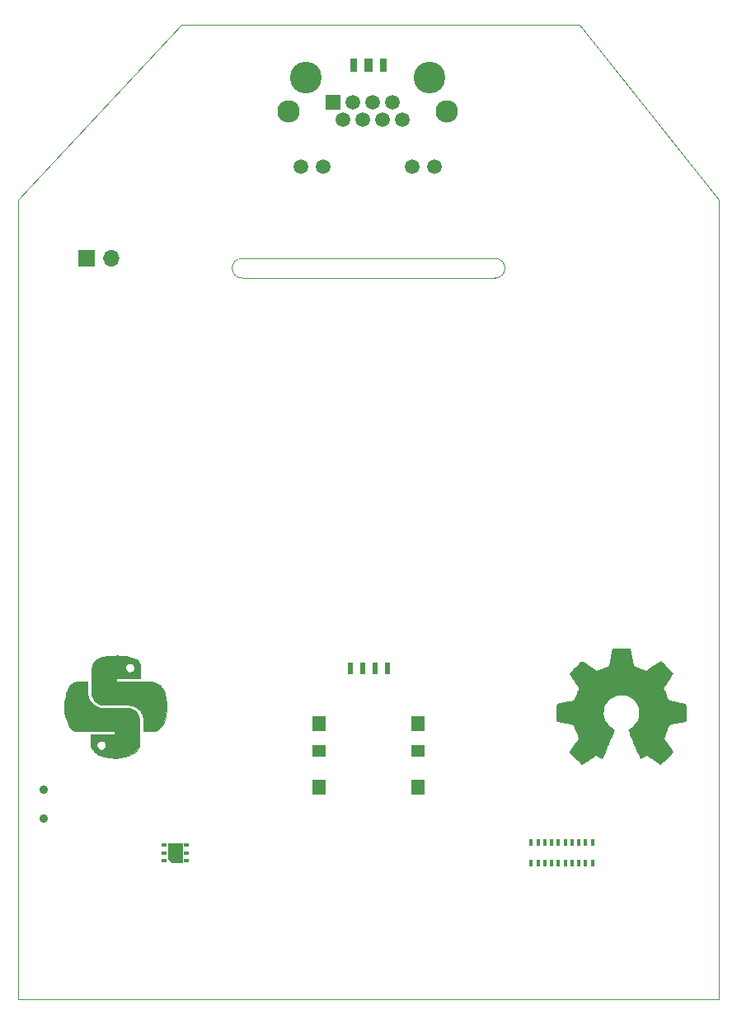
<source format=gbr>
%TF.GenerationSoftware,KiCad,Pcbnew,5.1.10*%
%TF.CreationDate,2021-11-19T14:48:17+01:00*%
%TF.ProjectId,Teebeutel,54656562-6575-4746-956c-2e6b69636164,v0.1*%
%TF.SameCoordinates,Original*%
%TF.FileFunction,Soldermask,Bot*%
%TF.FilePolarity,Negative*%
%FSLAX46Y46*%
G04 Gerber Fmt 4.6, Leading zero omitted, Abs format (unit mm)*
G04 Created by KiCad (PCBNEW 5.1.10) date 2021-11-19 14:48:17*
%MOMM*%
%LPD*%
G01*
G04 APERTURE LIST*
%TA.AperFunction,Profile*%
%ADD10C,0.100000*%
%TD*%
%ADD11C,0.010000*%
%ADD12C,0.000100*%
%ADD13R,0.500000X1.200000*%
%ADD14R,1.400000X1.500000*%
%ADD15R,1.400000X1.300000*%
%ADD16R,0.800000X1.400000*%
%ADD17R,0.900000X1.400000*%
%ADD18C,1.500000*%
%ADD19C,2.300000*%
%ADD20C,3.250000*%
%ADD21R,1.500000X1.500000*%
%ADD22R,0.450000X0.750000*%
%ADD23O,1.700000X1.700000*%
%ADD24R,1.700000X1.700000*%
%ADD25C,0.100000*%
%ADD26R,0.550000X0.400000*%
%ADD27C,0.900000*%
G04 APERTURE END LIST*
D10*
X133000000Y-76000000D02*
G75*
G02*
X133000000Y-74000000I0J1000000D01*
G01*
X159000000Y-74000000D02*
G75*
G02*
X159000000Y-76000000I0J-1000000D01*
G01*
X133000000Y-74000000D02*
X159000000Y-74000000D01*
X159000000Y-76000000D02*
X133000000Y-76000000D01*
X126800000Y-50000000D02*
X110000000Y-68000000D01*
X167700000Y-50000000D02*
X182000000Y-68000000D01*
X110000000Y-150000000D02*
X182000000Y-150000000D01*
X126800000Y-50000000D02*
X167700000Y-50000000D01*
X110000000Y-150000000D02*
X110000000Y-68000000D01*
X182000000Y-68000000D02*
X182000000Y-150000000D01*
D11*
%TO.C,TB1*%
G36*
X119888516Y-114749485D02*
G01*
X119607872Y-114760687D01*
X119337159Y-114780215D01*
X119083845Y-114807543D01*
X118855401Y-114842144D01*
X118659297Y-114883492D01*
X118516240Y-114926177D01*
X118276533Y-115033872D01*
X118065242Y-115172207D01*
X117885944Y-115337546D01*
X117742214Y-115526251D01*
X117637627Y-115734686D01*
X117596761Y-115861455D01*
X117588916Y-115897720D01*
X117582264Y-115943996D01*
X117576712Y-116004086D01*
X117572170Y-116081792D01*
X117568543Y-116180919D01*
X117565741Y-116305267D01*
X117563671Y-116458642D01*
X117562240Y-116644845D01*
X117561356Y-116867681D01*
X117560928Y-117130951D01*
X117560849Y-117341816D01*
X117561339Y-117681673D01*
X117562800Y-117978438D01*
X117565223Y-118231508D01*
X117568597Y-118440285D01*
X117572912Y-118604166D01*
X117578156Y-118722551D01*
X117584320Y-118794839D01*
X117586577Y-118808587D01*
X117656433Y-119033273D01*
X117767602Y-119238818D01*
X117917320Y-119422132D01*
X118102824Y-119580125D01*
X118321353Y-119709709D01*
X118438679Y-119761512D01*
X118462742Y-119769257D01*
X118495539Y-119776003D01*
X118540553Y-119781861D01*
X118601264Y-119786939D01*
X118681152Y-119791349D01*
X118783697Y-119795198D01*
X118912381Y-119798599D01*
X119070684Y-119801659D01*
X119262086Y-119804489D01*
X119490068Y-119807198D01*
X119758111Y-119809897D01*
X120058633Y-119812600D01*
X120363482Y-119815261D01*
X120625151Y-119817680D01*
X120847367Y-119820006D01*
X121033854Y-119822385D01*
X121188340Y-119824967D01*
X121314549Y-119827900D01*
X121416207Y-119831333D01*
X121497040Y-119835412D01*
X121560773Y-119840287D01*
X121611133Y-119846105D01*
X121651845Y-119853016D01*
X121686635Y-119861166D01*
X121719228Y-119870705D01*
X121747276Y-119879781D01*
X121946014Y-119957616D01*
X122121937Y-120055653D01*
X122288912Y-120182651D01*
X122417214Y-120302771D01*
X122518753Y-120408853D01*
X122594298Y-120499756D01*
X122654408Y-120589696D01*
X122709640Y-120692893D01*
X122714871Y-120703601D01*
X122761705Y-120805277D01*
X122799227Y-120901441D01*
X122828430Y-120999016D01*
X122850307Y-121104927D01*
X122865854Y-121226095D01*
X122876063Y-121369447D01*
X122881930Y-121541903D01*
X122884447Y-121750390D01*
X122884764Y-121887008D01*
X122884764Y-122509511D01*
X123430055Y-122507414D01*
X123650348Y-122505179D01*
X123825518Y-122500289D01*
X123957279Y-122492659D01*
X124047346Y-122482203D01*
X124080886Y-122474888D01*
X124302757Y-122387122D01*
X124501727Y-122258874D01*
X124676541Y-122091277D01*
X124825939Y-121885466D01*
X124911490Y-121726128D01*
X124992508Y-121527008D01*
X125066073Y-121291475D01*
X125130217Y-121029700D01*
X125182970Y-120751857D01*
X125222364Y-120468116D01*
X125246428Y-120188649D01*
X125253362Y-119960158D01*
X125245944Y-119739084D01*
X125224695Y-119498105D01*
X125191583Y-119248792D01*
X125148572Y-119002718D01*
X125097627Y-118771456D01*
X125040716Y-118566578D01*
X124994207Y-118434441D01*
X124874077Y-118188900D01*
X124721995Y-117973412D01*
X124541023Y-117791431D01*
X124334226Y-117646412D01*
X124260485Y-117607081D01*
X124199505Y-117576553D01*
X124145826Y-117549841D01*
X124096033Y-117526678D01*
X124046714Y-117506798D01*
X123994454Y-117489934D01*
X123935841Y-117475821D01*
X123867459Y-117464192D01*
X123785895Y-117454781D01*
X123687736Y-117447321D01*
X123569568Y-117441547D01*
X123427977Y-117437191D01*
X123259550Y-117433988D01*
X123060872Y-117431672D01*
X122828529Y-117429976D01*
X122559109Y-117428634D01*
X122249197Y-117427379D01*
X121940766Y-117426138D01*
X120070360Y-117418280D01*
X120070360Y-117115236D01*
X122579870Y-117115236D01*
X122579146Y-116569945D01*
X122577200Y-116317080D01*
X122571457Y-116105428D01*
X122566756Y-116026549D01*
X121938690Y-116026549D01*
X121906640Y-116166233D01*
X121836928Y-116288590D01*
X121742824Y-116377638D01*
X121623652Y-116435262D01*
X121491354Y-116458857D01*
X121357873Y-116445814D01*
X121268497Y-116412663D01*
X121152332Y-116330123D01*
X121070902Y-116224155D01*
X121024225Y-116102875D01*
X121012322Y-115974400D01*
X121035213Y-115846846D01*
X121092916Y-115728331D01*
X121185452Y-115626970D01*
X121266482Y-115572946D01*
X121394863Y-115528898D01*
X121528822Y-115525794D01*
X121657915Y-115560722D01*
X121771699Y-115630771D01*
X121859733Y-115733030D01*
X121863538Y-115739391D01*
X121924365Y-115883393D01*
X121938690Y-116026549D01*
X122566756Y-116026549D01*
X122560964Y-115929380D01*
X122544765Y-115783328D01*
X122521908Y-115661666D01*
X122491437Y-115558783D01*
X122452399Y-115469074D01*
X122403840Y-115386929D01*
X122369709Y-115338901D01*
X122248459Y-115211782D01*
X122086804Y-115100157D01*
X121883995Y-115003769D01*
X121639281Y-114922361D01*
X121351913Y-114855676D01*
X121021143Y-114803456D01*
X120715327Y-114771106D01*
X120449714Y-114754168D01*
X120171620Y-114747136D01*
X119888516Y-114749485D01*
G37*
X119888516Y-114749485D02*
X119607872Y-114760687D01*
X119337159Y-114780215D01*
X119083845Y-114807543D01*
X118855401Y-114842144D01*
X118659297Y-114883492D01*
X118516240Y-114926177D01*
X118276533Y-115033872D01*
X118065242Y-115172207D01*
X117885944Y-115337546D01*
X117742214Y-115526251D01*
X117637627Y-115734686D01*
X117596761Y-115861455D01*
X117588916Y-115897720D01*
X117582264Y-115943996D01*
X117576712Y-116004086D01*
X117572170Y-116081792D01*
X117568543Y-116180919D01*
X117565741Y-116305267D01*
X117563671Y-116458642D01*
X117562240Y-116644845D01*
X117561356Y-116867681D01*
X117560928Y-117130951D01*
X117560849Y-117341816D01*
X117561339Y-117681673D01*
X117562800Y-117978438D01*
X117565223Y-118231508D01*
X117568597Y-118440285D01*
X117572912Y-118604166D01*
X117578156Y-118722551D01*
X117584320Y-118794839D01*
X117586577Y-118808587D01*
X117656433Y-119033273D01*
X117767602Y-119238818D01*
X117917320Y-119422132D01*
X118102824Y-119580125D01*
X118321353Y-119709709D01*
X118438679Y-119761512D01*
X118462742Y-119769257D01*
X118495539Y-119776003D01*
X118540553Y-119781861D01*
X118601264Y-119786939D01*
X118681152Y-119791349D01*
X118783697Y-119795198D01*
X118912381Y-119798599D01*
X119070684Y-119801659D01*
X119262086Y-119804489D01*
X119490068Y-119807198D01*
X119758111Y-119809897D01*
X120058633Y-119812600D01*
X120363482Y-119815261D01*
X120625151Y-119817680D01*
X120847367Y-119820006D01*
X121033854Y-119822385D01*
X121188340Y-119824967D01*
X121314549Y-119827900D01*
X121416207Y-119831333D01*
X121497040Y-119835412D01*
X121560773Y-119840287D01*
X121611133Y-119846105D01*
X121651845Y-119853016D01*
X121686635Y-119861166D01*
X121719228Y-119870705D01*
X121747276Y-119879781D01*
X121946014Y-119957616D01*
X122121937Y-120055653D01*
X122288912Y-120182651D01*
X122417214Y-120302771D01*
X122518753Y-120408853D01*
X122594298Y-120499756D01*
X122654408Y-120589696D01*
X122709640Y-120692893D01*
X122714871Y-120703601D01*
X122761705Y-120805277D01*
X122799227Y-120901441D01*
X122828430Y-120999016D01*
X122850307Y-121104927D01*
X122865854Y-121226095D01*
X122876063Y-121369447D01*
X122881930Y-121541903D01*
X122884447Y-121750390D01*
X122884764Y-121887008D01*
X122884764Y-122509511D01*
X123430055Y-122507414D01*
X123650348Y-122505179D01*
X123825518Y-122500289D01*
X123957279Y-122492659D01*
X124047346Y-122482203D01*
X124080886Y-122474888D01*
X124302757Y-122387122D01*
X124501727Y-122258874D01*
X124676541Y-122091277D01*
X124825939Y-121885466D01*
X124911490Y-121726128D01*
X124992508Y-121527008D01*
X125066073Y-121291475D01*
X125130217Y-121029700D01*
X125182970Y-120751857D01*
X125222364Y-120468116D01*
X125246428Y-120188649D01*
X125253362Y-119960158D01*
X125245944Y-119739084D01*
X125224695Y-119498105D01*
X125191583Y-119248792D01*
X125148572Y-119002718D01*
X125097627Y-118771456D01*
X125040716Y-118566578D01*
X124994207Y-118434441D01*
X124874077Y-118188900D01*
X124721995Y-117973412D01*
X124541023Y-117791431D01*
X124334226Y-117646412D01*
X124260485Y-117607081D01*
X124199505Y-117576553D01*
X124145826Y-117549841D01*
X124096033Y-117526678D01*
X124046714Y-117506798D01*
X123994454Y-117489934D01*
X123935841Y-117475821D01*
X123867459Y-117464192D01*
X123785895Y-117454781D01*
X123687736Y-117447321D01*
X123569568Y-117441547D01*
X123427977Y-117437191D01*
X123259550Y-117433988D01*
X123060872Y-117431672D01*
X122828529Y-117429976D01*
X122559109Y-117428634D01*
X122249197Y-117427379D01*
X121940766Y-117426138D01*
X120070360Y-117418280D01*
X120070360Y-117115236D01*
X122579870Y-117115236D01*
X122579146Y-116569945D01*
X122577200Y-116317080D01*
X122571457Y-116105428D01*
X122566756Y-116026549D01*
X121938690Y-116026549D01*
X121906640Y-116166233D01*
X121836928Y-116288590D01*
X121742824Y-116377638D01*
X121623652Y-116435262D01*
X121491354Y-116458857D01*
X121357873Y-116445814D01*
X121268497Y-116412663D01*
X121152332Y-116330123D01*
X121070902Y-116224155D01*
X121024225Y-116102875D01*
X121012322Y-115974400D01*
X121035213Y-115846846D01*
X121092916Y-115728331D01*
X121185452Y-115626970D01*
X121266482Y-115572946D01*
X121394863Y-115528898D01*
X121528822Y-115525794D01*
X121657915Y-115560722D01*
X121771699Y-115630771D01*
X121859733Y-115733030D01*
X121863538Y-115739391D01*
X121924365Y-115883393D01*
X121938690Y-116026549D01*
X122566756Y-116026549D01*
X122560964Y-115929380D01*
X122544765Y-115783328D01*
X122521908Y-115661666D01*
X122491437Y-115558783D01*
X122452399Y-115469074D01*
X122403840Y-115386929D01*
X122369709Y-115338901D01*
X122248459Y-115211782D01*
X122086804Y-115100157D01*
X121883995Y-115003769D01*
X121639281Y-114922361D01*
X121351913Y-114855676D01*
X121021143Y-114803456D01*
X120715327Y-114771106D01*
X120449714Y-114754168D01*
X120171620Y-114747136D01*
X119888516Y-114749485D01*
G36*
X116605124Y-117420476D02*
G01*
X116391390Y-117421951D01*
X116217380Y-117426709D01*
X116075965Y-117435710D01*
X115960021Y-117449913D01*
X115862421Y-117470278D01*
X115776039Y-117497764D01*
X115693749Y-117533332D01*
X115666540Y-117546872D01*
X115515162Y-117642564D01*
X115378808Y-117768354D01*
X115256347Y-117926559D01*
X115146646Y-118119491D01*
X115048573Y-118349465D01*
X114960997Y-118618797D01*
X114882784Y-118929800D01*
X114812804Y-119284790D01*
X114810775Y-119296399D01*
X114791487Y-119417123D01*
X114777567Y-119531731D01*
X114768264Y-119651759D01*
X114762823Y-119788747D01*
X114760492Y-119954233D01*
X114760271Y-120070360D01*
X114762830Y-120292139D01*
X114771381Y-120480043D01*
X114788059Y-120646946D01*
X114815000Y-120805722D01*
X114854343Y-120969244D01*
X114908221Y-121150387D01*
X114970724Y-121338588D01*
X115068781Y-121603291D01*
X115167982Y-121825371D01*
X115271231Y-122009080D01*
X115381434Y-122158668D01*
X115501494Y-122278386D01*
X115634317Y-122372485D01*
X115702243Y-122409201D01*
X115881455Y-122497784D01*
X117911411Y-122509511D01*
X119941366Y-122521238D01*
X119955236Y-122837858D01*
X117443582Y-122837858D01*
X117443582Y-123384085D01*
X117445181Y-123613282D01*
X117451295Y-123802371D01*
X117463896Y-123958083D01*
X117484959Y-124087147D01*
X117516458Y-124196293D01*
X117560367Y-124292251D01*
X117618660Y-124381752D01*
X117693310Y-124471525D01*
X117786292Y-124568300D01*
X117792814Y-124574792D01*
X117952269Y-124713235D01*
X118135875Y-124833976D01*
X118348801Y-124939472D01*
X118596217Y-125032178D01*
X118883293Y-125114551D01*
X118976580Y-125137300D01*
X119261366Y-125192429D01*
X119565256Y-125230028D01*
X119873240Y-125249189D01*
X120170307Y-125249006D01*
X120441445Y-125228572D01*
X120456505Y-125226689D01*
X120618235Y-125201006D01*
X120805271Y-125163411D01*
X121000114Y-125118011D01*
X121185268Y-125068913D01*
X121343235Y-125020223D01*
X121358451Y-125014981D01*
X121634104Y-124900780D01*
X121874439Y-124763636D01*
X122077410Y-124605243D01*
X122240966Y-124427295D01*
X122363060Y-124231486D01*
X122396643Y-124156518D01*
X122408162Y-124127378D01*
X122417942Y-124098932D01*
X122426148Y-124067234D01*
X122432944Y-124028336D01*
X122438494Y-123978288D01*
X122439655Y-123961350D01*
X119007692Y-123961350D01*
X118983758Y-124090417D01*
X118926213Y-124205260D01*
X118841359Y-124300632D01*
X118735500Y-124371289D01*
X118614937Y-124411985D01*
X118485975Y-124417475D01*
X118354915Y-124382514D01*
X118332428Y-124371943D01*
X118278491Y-124334789D01*
X118217787Y-124279184D01*
X118200054Y-124259997D01*
X118121504Y-124140557D01*
X118083544Y-124014592D01*
X118082305Y-123888489D01*
X118113919Y-123768635D01*
X118174516Y-123661417D01*
X118260227Y-123573224D01*
X118367185Y-123510443D01*
X118491520Y-123479461D01*
X118629363Y-123486665D01*
X118663602Y-123494672D01*
X118773496Y-123545375D01*
X118874510Y-123629385D01*
X118953282Y-123733318D01*
X118991710Y-123823303D01*
X119007692Y-123961350D01*
X122439655Y-123961350D01*
X122442963Y-123913144D01*
X122446515Y-123828955D01*
X122449314Y-123721773D01*
X122451524Y-123587650D01*
X122453309Y-123422638D01*
X122454835Y-123222788D01*
X122456264Y-122984153D01*
X122457762Y-122702785D01*
X122457853Y-122685411D01*
X122459178Y-122351362D01*
X122459408Y-122062483D01*
X122458520Y-121817048D01*
X122456492Y-121613331D01*
X122453300Y-121449609D01*
X122448921Y-121324155D01*
X122443332Y-121235244D01*
X122437758Y-121187969D01*
X122386531Y-120998722D01*
X122299981Y-120807333D01*
X122186255Y-120629287D01*
X122077364Y-120503036D01*
X121929862Y-120373530D01*
X121772052Y-120272871D01*
X121586966Y-120190484D01*
X121559649Y-120180431D01*
X121530215Y-120170231D01*
X121500240Y-120161457D01*
X121466027Y-120153966D01*
X121423883Y-120147616D01*
X121370110Y-120142268D01*
X121301015Y-120137778D01*
X121212902Y-120134005D01*
X121102075Y-120130807D01*
X120964839Y-120128044D01*
X120797499Y-120125572D01*
X120596360Y-120123251D01*
X120357726Y-120120939D01*
X120077902Y-120118494D01*
X119906186Y-120117050D01*
X119602316Y-120114475D01*
X119341630Y-120112112D01*
X119120406Y-120109818D01*
X118934922Y-120107449D01*
X118781456Y-120104862D01*
X118656287Y-120101913D01*
X118555693Y-120098459D01*
X118475952Y-120094356D01*
X118413343Y-120089461D01*
X118364144Y-120083630D01*
X118324632Y-120076720D01*
X118291087Y-120068586D01*
X118259787Y-120059086D01*
X118240997Y-120052827D01*
X118013715Y-119953474D01*
X117799071Y-119816441D01*
X117605676Y-119649040D01*
X117442136Y-119458582D01*
X117330765Y-119279670D01*
X117278591Y-119174997D01*
X117236716Y-119079174D01*
X117204031Y-118985224D01*
X117179423Y-118886169D01*
X117161784Y-118775033D01*
X117150001Y-118644839D01*
X117142965Y-118488610D01*
X117139564Y-118299368D01*
X117138688Y-118073072D01*
X117138688Y-117420130D01*
X116605124Y-117420476D01*
G37*
X116605124Y-117420476D02*
X116391390Y-117421951D01*
X116217380Y-117426709D01*
X116075965Y-117435710D01*
X115960021Y-117449913D01*
X115862421Y-117470278D01*
X115776039Y-117497764D01*
X115693749Y-117533332D01*
X115666540Y-117546872D01*
X115515162Y-117642564D01*
X115378808Y-117768354D01*
X115256347Y-117926559D01*
X115146646Y-118119491D01*
X115048573Y-118349465D01*
X114960997Y-118618797D01*
X114882784Y-118929800D01*
X114812804Y-119284790D01*
X114810775Y-119296399D01*
X114791487Y-119417123D01*
X114777567Y-119531731D01*
X114768264Y-119651759D01*
X114762823Y-119788747D01*
X114760492Y-119954233D01*
X114760271Y-120070360D01*
X114762830Y-120292139D01*
X114771381Y-120480043D01*
X114788059Y-120646946D01*
X114815000Y-120805722D01*
X114854343Y-120969244D01*
X114908221Y-121150387D01*
X114970724Y-121338588D01*
X115068781Y-121603291D01*
X115167982Y-121825371D01*
X115271231Y-122009080D01*
X115381434Y-122158668D01*
X115501494Y-122278386D01*
X115634317Y-122372485D01*
X115702243Y-122409201D01*
X115881455Y-122497784D01*
X117911411Y-122509511D01*
X119941366Y-122521238D01*
X119955236Y-122837858D01*
X117443582Y-122837858D01*
X117443582Y-123384085D01*
X117445181Y-123613282D01*
X117451295Y-123802371D01*
X117463896Y-123958083D01*
X117484959Y-124087147D01*
X117516458Y-124196293D01*
X117560367Y-124292251D01*
X117618660Y-124381752D01*
X117693310Y-124471525D01*
X117786292Y-124568300D01*
X117792814Y-124574792D01*
X117952269Y-124713235D01*
X118135875Y-124833976D01*
X118348801Y-124939472D01*
X118596217Y-125032178D01*
X118883293Y-125114551D01*
X118976580Y-125137300D01*
X119261366Y-125192429D01*
X119565256Y-125230028D01*
X119873240Y-125249189D01*
X120170307Y-125249006D01*
X120441445Y-125228572D01*
X120456505Y-125226689D01*
X120618235Y-125201006D01*
X120805271Y-125163411D01*
X121000114Y-125118011D01*
X121185268Y-125068913D01*
X121343235Y-125020223D01*
X121358451Y-125014981D01*
X121634104Y-124900780D01*
X121874439Y-124763636D01*
X122077410Y-124605243D01*
X122240966Y-124427295D01*
X122363060Y-124231486D01*
X122396643Y-124156518D01*
X122408162Y-124127378D01*
X122417942Y-124098932D01*
X122426148Y-124067234D01*
X122432944Y-124028336D01*
X122438494Y-123978288D01*
X122439655Y-123961350D01*
X119007692Y-123961350D01*
X118983758Y-124090417D01*
X118926213Y-124205260D01*
X118841359Y-124300632D01*
X118735500Y-124371289D01*
X118614937Y-124411985D01*
X118485975Y-124417475D01*
X118354915Y-124382514D01*
X118332428Y-124371943D01*
X118278491Y-124334789D01*
X118217787Y-124279184D01*
X118200054Y-124259997D01*
X118121504Y-124140557D01*
X118083544Y-124014592D01*
X118082305Y-123888489D01*
X118113919Y-123768635D01*
X118174516Y-123661417D01*
X118260227Y-123573224D01*
X118367185Y-123510443D01*
X118491520Y-123479461D01*
X118629363Y-123486665D01*
X118663602Y-123494672D01*
X118773496Y-123545375D01*
X118874510Y-123629385D01*
X118953282Y-123733318D01*
X118991710Y-123823303D01*
X119007692Y-123961350D01*
X122439655Y-123961350D01*
X122442963Y-123913144D01*
X122446515Y-123828955D01*
X122449314Y-123721773D01*
X122451524Y-123587650D01*
X122453309Y-123422638D01*
X122454835Y-123222788D01*
X122456264Y-122984153D01*
X122457762Y-122702785D01*
X122457853Y-122685411D01*
X122459178Y-122351362D01*
X122459408Y-122062483D01*
X122458520Y-121817048D01*
X122456492Y-121613331D01*
X122453300Y-121449609D01*
X122448921Y-121324155D01*
X122443332Y-121235244D01*
X122437758Y-121187969D01*
X122386531Y-120998722D01*
X122299981Y-120807333D01*
X122186255Y-120629287D01*
X122077364Y-120503036D01*
X121929862Y-120373530D01*
X121772052Y-120272871D01*
X121586966Y-120190484D01*
X121559649Y-120180431D01*
X121530215Y-120170231D01*
X121500240Y-120161457D01*
X121466027Y-120153966D01*
X121423883Y-120147616D01*
X121370110Y-120142268D01*
X121301015Y-120137778D01*
X121212902Y-120134005D01*
X121102075Y-120130807D01*
X120964839Y-120128044D01*
X120797499Y-120125572D01*
X120596360Y-120123251D01*
X120357726Y-120120939D01*
X120077902Y-120118494D01*
X119906186Y-120117050D01*
X119602316Y-120114475D01*
X119341630Y-120112112D01*
X119120406Y-120109818D01*
X118934922Y-120107449D01*
X118781456Y-120104862D01*
X118656287Y-120101913D01*
X118555693Y-120098459D01*
X118475952Y-120094356D01*
X118413343Y-120089461D01*
X118364144Y-120083630D01*
X118324632Y-120076720D01*
X118291087Y-120068586D01*
X118259787Y-120059086D01*
X118240997Y-120052827D01*
X118013715Y-119953474D01*
X117799071Y-119816441D01*
X117605676Y-119649040D01*
X117442136Y-119458582D01*
X117330765Y-119279670D01*
X117278591Y-119174997D01*
X117236716Y-119079174D01*
X117204031Y-118985224D01*
X117179423Y-118886169D01*
X117161784Y-118775033D01*
X117150001Y-118644839D01*
X117142965Y-118488610D01*
X117139564Y-118299368D01*
X117138688Y-118073072D01*
X117138688Y-117420130D01*
X116605124Y-117420476D01*
D12*
%TO.C,U12*%
G36*
X125425000Y-134050000D02*
G01*
X126875000Y-134050000D01*
X126875000Y-135950000D01*
X125750000Y-135950000D01*
X125425000Y-135625000D01*
X125425000Y-134050000D01*
G37*
X125425000Y-134050000D02*
X126875000Y-134050000D01*
X126875000Y-135950000D01*
X125750000Y-135950000D01*
X125425000Y-135625000D01*
X125425000Y-134050000D01*
%TD*%
D13*
%TO.C,U7*%
X147905000Y-116065000D03*
X146635000Y-116065000D03*
X145365000Y-116065000D03*
X144095000Y-116065000D03*
%TD*%
D14*
%TO.C,SW1*%
X151100000Y-121750000D03*
X151100000Y-128250000D03*
D15*
X151100000Y-124550000D03*
D14*
X140900000Y-121750000D03*
D15*
X140900000Y-124550000D03*
D14*
X140900000Y-128250000D03*
%TD*%
D16*
%TO.C,D18*%
X147500000Y-54200000D03*
X144500000Y-54200000D03*
D17*
X146000000Y-54200000D03*
%TD*%
D18*
%TO.C,J1*%
X152770000Y-64590000D03*
X150480000Y-64590000D03*
X141340000Y-64590000D03*
X139050000Y-64590000D03*
D19*
X137780000Y-58880000D03*
X154040000Y-58880000D03*
D20*
X152260000Y-55450000D03*
X139560000Y-55450000D03*
D18*
X149462000Y-59770000D03*
X147430000Y-59770000D03*
X145398000Y-59770000D03*
X143366000Y-59770000D03*
X148446000Y-57990000D03*
X146414000Y-57990000D03*
X144382000Y-57990000D03*
D21*
X142350000Y-57990000D03*
%TD*%
D22*
%TO.C,U6*%
X169000000Y-136050000D03*
X168300000Y-136050000D03*
X167600000Y-136050000D03*
X166900000Y-136050000D03*
X166200000Y-136050000D03*
X165500000Y-136050000D03*
X164800000Y-136050000D03*
X164100000Y-136050000D03*
X162700000Y-136050000D03*
X163400000Y-136050000D03*
X166200000Y-133950000D03*
X169000000Y-133950000D03*
X165500000Y-133950000D03*
X167600000Y-133950000D03*
X163400000Y-133950000D03*
X166900000Y-133950000D03*
X162700000Y-133950000D03*
X164100000Y-133950000D03*
X168300000Y-133950000D03*
X164800000Y-133950000D03*
%TD*%
D23*
%TO.C,J2*%
X119540000Y-74000000D03*
D24*
X117000000Y-74000000D03*
%TD*%
D25*
%TO.C,TB2*%
G36*
X167954580Y-125944053D02*
G01*
X167953335Y-125943678D01*
X167934377Y-125935149D01*
X167933397Y-125934565D01*
X167864869Y-125882326D01*
X167864617Y-125882121D01*
X167758974Y-125790147D01*
X167758875Y-125790059D01*
X167625312Y-125667396D01*
X167625255Y-125667342D01*
X167472968Y-125523038D01*
X167472926Y-125522999D01*
X167311110Y-125366099D01*
X167311074Y-125366063D01*
X167148925Y-125205615D01*
X167148887Y-125205577D01*
X166995599Y-125050626D01*
X166995553Y-125050579D01*
X166860323Y-124910174D01*
X166860252Y-124910099D01*
X166752274Y-124793285D01*
X166752136Y-124793129D01*
X166680606Y-124708953D01*
X166680146Y-124708316D01*
X166654259Y-124665826D01*
X166653834Y-124664943D01*
X166653589Y-124663994D01*
X166653533Y-124663016D01*
X166653612Y-124662317D01*
X166655105Y-124654233D01*
X166655494Y-124653021D01*
X166686304Y-124587218D01*
X166686503Y-124586835D01*
X166752322Y-124472989D01*
X166752407Y-124472848D01*
X166846873Y-124321242D01*
X166846929Y-124321155D01*
X166963683Y-124142073D01*
X166963729Y-124142004D01*
X167096410Y-123945729D01*
X167096431Y-123945697D01*
X167133642Y-123891558D01*
X167133643Y-123891558D01*
X167264304Y-123701054D01*
X167379386Y-123532648D01*
X167379385Y-123532648D01*
X167472200Y-123396166D01*
X167536018Y-123301497D01*
X167563813Y-123258983D01*
X167563848Y-123258891D01*
X167555801Y-123207873D01*
X167524213Y-123101622D01*
X167474282Y-122954483D01*
X167411239Y-122780151D01*
X167340198Y-122591944D01*
X167266307Y-122403287D01*
X167194778Y-122227749D01*
X167130700Y-122078593D01*
X167079331Y-121969462D01*
X167045983Y-121913929D01*
X167043292Y-121911151D01*
X167019909Y-121894070D01*
X166979845Y-121876593D01*
X166914653Y-121856936D01*
X166816294Y-121833389D01*
X166676808Y-121804193D01*
X166488106Y-121767533D01*
X166242011Y-121721577D01*
X165930486Y-121664515D01*
X165930473Y-121664513D01*
X165865857Y-121652502D01*
X165865788Y-121652488D01*
X165680682Y-121615361D01*
X165680563Y-121615336D01*
X165524855Y-121580159D01*
X165524669Y-121580113D01*
X165413113Y-121550379D01*
X165412564Y-121550198D01*
X165359918Y-121529400D01*
X165359046Y-121528953D01*
X165358278Y-121528343D01*
X165357644Y-121527596D01*
X165357296Y-121527013D01*
X165348489Y-121509661D01*
X165348134Y-121508748D01*
X165348024Y-121508266D01*
X165333339Y-121424915D01*
X165333281Y-121424467D01*
X165321644Y-121286288D01*
X165321632Y-121286106D01*
X165313053Y-121106047D01*
X165313049Y-121105941D01*
X165307534Y-120896947D01*
X165307532Y-120896869D01*
X165305093Y-120671889D01*
X165305093Y-120671821D01*
X165305736Y-120443800D01*
X165305737Y-120443728D01*
X165309473Y-120225614D01*
X165309475Y-120225525D01*
X165316312Y-120030263D01*
X165316319Y-120030127D01*
X165326266Y-119870666D01*
X165326290Y-119870391D01*
X165339356Y-119759675D01*
X165339574Y-119758693D01*
X165355767Y-119709672D01*
X165356165Y-119708776D01*
X165356729Y-119707974D01*
X165357439Y-119707298D01*
X165358509Y-119706660D01*
X165375042Y-119699417D01*
X165375711Y-119699179D01*
X165457958Y-119676351D01*
X165458164Y-119676299D01*
X165597188Y-119644011D01*
X165597277Y-119643991D01*
X165781984Y-119604650D01*
X165782043Y-119604638D01*
X166001338Y-119560651D01*
X166001386Y-119560641D01*
X166244174Y-119514414D01*
X166244193Y-119514411D01*
X166376759Y-119489714D01*
X166603946Y-119446891D01*
X166603946Y-119446890D01*
X166799518Y-119409387D01*
X166799518Y-119409388D01*
X166952925Y-119379262D01*
X167053751Y-119358544D01*
X167089793Y-119349703D01*
X167089876Y-119349592D01*
X167113768Y-119301396D01*
X167159733Y-119199504D01*
X167221825Y-119057833D01*
X167221824Y-119057833D01*
X167294320Y-118889847D01*
X167371431Y-118709169D01*
X167447414Y-118529312D01*
X167516519Y-118363807D01*
X167572992Y-118226194D01*
X167611033Y-118130131D01*
X167624359Y-118090770D01*
X167619067Y-118078303D01*
X167578249Y-118009544D01*
X167503881Y-117893295D01*
X167402039Y-117738862D01*
X167278752Y-117555452D01*
X167139988Y-117352171D01*
X167139989Y-117352171D01*
X167063860Y-117240847D01*
X167063839Y-117240817D01*
X166932456Y-117045637D01*
X166932426Y-117045592D01*
X166819781Y-116874297D01*
X166819741Y-116874235D01*
X166731841Y-116736166D01*
X166731768Y-116736048D01*
X166674622Y-116640546D01*
X166674384Y-116640097D01*
X166654000Y-116596506D01*
X166653674Y-116595582D01*
X166653534Y-116594611D01*
X166653586Y-116593633D01*
X166653829Y-116592683D01*
X166654240Y-116591819D01*
X166668404Y-116568173D01*
X166668862Y-116567529D01*
X166728109Y-116496876D01*
X166728240Y-116496726D01*
X166825437Y-116389799D01*
X166825496Y-116389736D01*
X166951722Y-116255596D01*
X166951758Y-116255558D01*
X167098090Y-116103266D01*
X167098117Y-116103238D01*
X167255633Y-115941855D01*
X167255658Y-115941830D01*
X167415435Y-115780417D01*
X167415461Y-115780390D01*
X167568578Y-115628006D01*
X167568612Y-115627973D01*
X167706146Y-115493680D01*
X167706199Y-115493628D01*
X167819228Y-115386486D01*
X167819342Y-115386382D01*
X167898943Y-115315453D01*
X167899433Y-115315068D01*
X167936684Y-115289411D01*
X167937542Y-115288937D01*
X167938476Y-115288639D01*
X167939450Y-115288529D01*
X167940426Y-115288612D01*
X167941693Y-115289026D01*
X167962371Y-115299002D01*
X167962800Y-115299235D01*
X168038728Y-115345500D01*
X168038829Y-115345564D01*
X168161360Y-115424301D01*
X168161405Y-115424330D01*
X168321705Y-115529768D01*
X168321734Y-115529787D01*
X168510975Y-115656158D01*
X168510998Y-115656174D01*
X168720347Y-115797707D01*
X168720359Y-115797714D01*
X169465669Y-116304518D01*
X170086298Y-116048675D01*
X170706913Y-115792837D01*
X170875284Y-114899714D01*
X171044158Y-114003927D01*
X171044433Y-114002986D01*
X171044886Y-114002117D01*
X171045500Y-114001353D01*
X171046252Y-114000724D01*
X171047111Y-114000253D01*
X171048046Y-113999959D01*
X171049071Y-113999853D01*
X172913576Y-113999853D01*
X172914551Y-113999949D01*
X172915489Y-114000234D01*
X172916354Y-114000696D01*
X172917112Y-114001317D01*
X172917733Y-114002075D01*
X172918195Y-114002940D01*
X172918489Y-114003927D01*
X173255735Y-115792837D01*
X173876350Y-116048675D01*
X174496979Y-116304518D01*
X175242288Y-115797714D01*
X175242296Y-115797709D01*
X175390250Y-115697498D01*
X175390269Y-115697485D01*
X175586410Y-115565947D01*
X175586436Y-115565930D01*
X175756252Y-115453583D01*
X175756289Y-115453559D01*
X175890961Y-115366169D01*
X175891034Y-115366122D01*
X175981741Y-115309458D01*
X175982042Y-115309284D01*
X176019967Y-115289114D01*
X176020874Y-115288741D01*
X176021835Y-115288552D01*
X176022815Y-115288554D01*
X176023776Y-115288747D01*
X176024937Y-115289272D01*
X176048229Y-115303616D01*
X176048874Y-115304088D01*
X176118497Y-115364192D01*
X176118647Y-115364327D01*
X176224011Y-115462963D01*
X176224074Y-115463023D01*
X176356251Y-115591134D01*
X176356288Y-115591170D01*
X176506350Y-115739700D01*
X176506378Y-115739728D01*
X176665397Y-115899620D01*
X176665422Y-115899645D01*
X176824471Y-116061841D01*
X176824497Y-116061868D01*
X176974648Y-116217311D01*
X176974681Y-116217346D01*
X177107006Y-116356980D01*
X177107057Y-116357034D01*
X177212628Y-116471801D01*
X177212731Y-116471916D01*
X177282620Y-116552760D01*
X177282995Y-116553254D01*
X177308276Y-116591117D01*
X177308738Y-116591981D01*
X177309022Y-116592919D01*
X177309118Y-116593895D01*
X177309022Y-116594870D01*
X177308820Y-116595593D01*
X177302939Y-116611860D01*
X177302597Y-116612607D01*
X177261877Y-116685171D01*
X177261761Y-116685367D01*
X177187402Y-116804789D01*
X177187351Y-116804870D01*
X177085381Y-116961787D01*
X177085346Y-116961839D01*
X176961794Y-117146892D01*
X176961766Y-117146935D01*
X176822659Y-117350760D01*
X176822651Y-117350771D01*
X176746311Y-117461935D01*
X176615004Y-117655442D01*
X176502471Y-117824259D01*
X176414640Y-117959333D01*
X176357671Y-118051256D01*
X176338124Y-118089680D01*
X176338149Y-118089845D01*
X176355922Y-118140053D01*
X176397119Y-118243640D01*
X176455835Y-118386607D01*
X176526324Y-118555413D01*
X176602833Y-118736501D01*
X176602832Y-118736501D01*
X176679603Y-118916303D01*
X176750911Y-119081332D01*
X176810983Y-119217981D01*
X176854015Y-119312587D01*
X176873366Y-119349923D01*
X176883198Y-119352768D01*
X176956352Y-119368476D01*
X177086928Y-119394537D01*
X177264499Y-119428916D01*
X177478474Y-119469550D01*
X177718457Y-119514411D01*
X177718462Y-119514412D01*
X177844945Y-119538197D01*
X177844980Y-119538204D01*
X178077133Y-119583586D01*
X178077185Y-119583596D01*
X178280167Y-119625506D01*
X178280237Y-119625521D01*
X178442954Y-119661554D01*
X178443082Y-119661584D01*
X178554439Y-119689332D01*
X178554877Y-119689463D01*
X178603779Y-119706519D01*
X178604668Y-119706931D01*
X178605460Y-119707508D01*
X178606124Y-119708229D01*
X178606569Y-119708935D01*
X178615353Y-119725843D01*
X178615717Y-119726753D01*
X178615840Y-119727280D01*
X178630411Y-119809894D01*
X178630470Y-119810347D01*
X178641918Y-119947943D01*
X178641930Y-119948126D01*
X178650264Y-120127759D01*
X178650267Y-120127866D01*
X178655496Y-120336589D01*
X178655498Y-120336667D01*
X178657630Y-120561532D01*
X178657630Y-120561600D01*
X178656674Y-120789661D01*
X178656673Y-120789732D01*
X178652639Y-121008042D01*
X178652637Y-121008131D01*
X178645533Y-121203744D01*
X178645526Y-121203880D01*
X178635360Y-121363849D01*
X178635335Y-121364121D01*
X178622118Y-121475499D01*
X178621906Y-121476461D01*
X178605645Y-121526301D01*
X178605252Y-121527198D01*
X178604690Y-121528002D01*
X178603983Y-121528680D01*
X178603367Y-121529094D01*
X178593499Y-121534716D01*
X178592581Y-121535123D01*
X178518989Y-121559236D01*
X178518644Y-121559336D01*
X178390981Y-121591240D01*
X178390828Y-121591275D01*
X178223853Y-121627477D01*
X178223743Y-121627500D01*
X178032209Y-121664506D01*
X178032157Y-121664516D01*
X177967538Y-121676300D01*
X177669061Y-121731113D01*
X177434505Y-121775161D01*
X177255801Y-121810258D01*
X177124718Y-121838249D01*
X177033311Y-121860913D01*
X176973494Y-121880035D01*
X176937297Y-121897275D01*
X176916182Y-121914452D01*
X176914229Y-121916746D01*
X176878698Y-121978592D01*
X176825756Y-122092540D01*
X176760636Y-122245134D01*
X176688629Y-122422645D01*
X176614795Y-122611883D01*
X176544368Y-122799218D01*
X176482430Y-122971405D01*
X176434182Y-123114884D01*
X176404820Y-123216037D01*
X176399520Y-123260113D01*
X176402268Y-123264547D01*
X176440700Y-123322494D01*
X176513012Y-123429428D01*
X176612526Y-123575538D01*
X176732495Y-123750910D01*
X176866218Y-123945699D01*
X176866221Y-123945704D01*
X176902922Y-123999299D01*
X176902948Y-123999337D01*
X177032005Y-124191580D01*
X177032049Y-124191646D01*
X177143582Y-124363574D01*
X177143637Y-124363661D01*
X177231281Y-124505079D01*
X177231375Y-124505238D01*
X177288764Y-124605950D01*
X177289035Y-124606501D01*
X177309803Y-124656310D01*
X177310090Y-124657247D01*
X177310188Y-124658222D01*
X177310094Y-124659198D01*
X177309919Y-124659851D01*
X177305444Y-124672946D01*
X177305038Y-124673838D01*
X177304765Y-124674258D01*
X177258117Y-124738785D01*
X177257831Y-124739145D01*
X177165798Y-124844516D01*
X177165674Y-124844652D01*
X177034847Y-124983776D01*
X177034770Y-124983857D01*
X176871737Y-125149641D01*
X176871676Y-125149702D01*
X176683030Y-125335055D01*
X176682993Y-125335091D01*
X176575166Y-125438838D01*
X176575138Y-125438864D01*
X176404648Y-125600447D01*
X176404609Y-125600484D01*
X176255385Y-125738886D01*
X176255330Y-125738937D01*
X176135387Y-125846871D01*
X176135278Y-125846965D01*
X176052627Y-125917145D01*
X176052183Y-125917482D01*
X176014838Y-125942621D01*
X176013975Y-125943086D01*
X176013038Y-125943374D01*
X176012063Y-125943473D01*
X176011087Y-125943380D01*
X176010339Y-125943173D01*
X175984681Y-125933854D01*
X175983951Y-125933520D01*
X175904956Y-125889437D01*
X175904733Y-125889304D01*
X175790013Y-125817209D01*
X175789886Y-125817127D01*
X175654406Y-125726152D01*
X175654356Y-125726118D01*
X175558040Y-125659736D01*
X175365739Y-125527903D01*
X175160532Y-125387891D01*
X174973096Y-125260661D01*
X174608415Y-125013995D01*
X174302852Y-125179211D01*
X174302815Y-125179231D01*
X174230236Y-125217698D01*
X174230126Y-125217755D01*
X174098136Y-125283552D01*
X174097938Y-125283645D01*
X173995867Y-125329072D01*
X173995317Y-125329279D01*
X173940766Y-125346216D01*
X173939806Y-125346414D01*
X173938825Y-125346420D01*
X173937863Y-125346235D01*
X173936955Y-125345866D01*
X173936136Y-125345327D01*
X173935418Y-125344613D01*
X173917566Y-125322862D01*
X173917023Y-125322050D01*
X173872691Y-125239231D01*
X173872591Y-125239033D01*
X173807113Y-125102488D01*
X173807073Y-125102404D01*
X173724090Y-124920799D01*
X173724069Y-124920751D01*
X173627225Y-124702751D01*
X173627210Y-124702718D01*
X173520149Y-124456990D01*
X173520138Y-124456965D01*
X173406502Y-124192173D01*
X173406493Y-124192151D01*
X173289928Y-123916962D01*
X173289919Y-123916942D01*
X173174066Y-123640020D01*
X173174058Y-123639998D01*
X173062562Y-123370009D01*
X173062552Y-123369985D01*
X172959055Y-123115594D01*
X172959042Y-123115564D01*
X172867190Y-122885438D01*
X172867173Y-122885394D01*
X172790606Y-122688198D01*
X172790578Y-122688125D01*
X172732942Y-122532523D01*
X172732887Y-122532365D01*
X172697825Y-122427025D01*
X172697657Y-122426382D01*
X172688812Y-122379967D01*
X172688724Y-122378991D01*
X172688828Y-122378016D01*
X172689150Y-122377011D01*
X172689749Y-122375655D01*
X172690231Y-122374801D01*
X172690716Y-122374212D01*
X172731915Y-122331305D01*
X172732447Y-122330825D01*
X172818623Y-122263625D01*
X172818875Y-122263441D01*
X172932235Y-122185881D01*
X172932298Y-122185839D01*
X172967864Y-122162299D01*
X173239567Y-121938078D01*
X173464320Y-121671149D01*
X173636939Y-121372513D01*
X173752085Y-121053327D01*
X173804451Y-120724733D01*
X173788745Y-120397737D01*
X173725113Y-120106848D01*
X173610871Y-119813136D01*
X173444365Y-119551164D01*
X173215650Y-119302076D01*
X173126041Y-119222731D01*
X172835594Y-119026728D01*
X172521995Y-118894791D01*
X172194180Y-118825640D01*
X171861214Y-118818092D01*
X171532199Y-118870977D01*
X171216244Y-118983108D01*
X170922423Y-119153309D01*
X170659831Y-119380396D01*
X170437424Y-119663355D01*
X170394887Y-119733062D01*
X170249566Y-120053301D01*
X170172434Y-120386574D01*
X170161383Y-120724451D01*
X170214396Y-121058315D01*
X170329464Y-121379530D01*
X170504572Y-121679465D01*
X170737719Y-121949490D01*
X171027071Y-122181106D01*
X171036299Y-122187235D01*
X171036413Y-122187313D01*
X171148572Y-122266351D01*
X171148814Y-122266532D01*
X171232877Y-122333730D01*
X171233421Y-122334236D01*
X171271815Y-122375631D01*
X171272408Y-122376411D01*
X171272837Y-122377293D01*
X171273086Y-122378241D01*
X171273145Y-122379219D01*
X171273094Y-122379769D01*
X171268250Y-122412223D01*
X171268069Y-122413004D01*
X171237948Y-122507499D01*
X171237881Y-122507693D01*
X171184472Y-122654152D01*
X171184441Y-122654235D01*
X171111386Y-122843991D01*
X171111367Y-122844040D01*
X171022308Y-123068425D01*
X171022295Y-123068457D01*
X170920874Y-123318804D01*
X170920864Y-123318830D01*
X170810723Y-123586471D01*
X170810714Y-123586493D01*
X170695495Y-123862761D01*
X170695486Y-123862781D01*
X170578831Y-124139008D01*
X170578822Y-124139030D01*
X170464373Y-124406548D01*
X170464362Y-124406572D01*
X170355762Y-124656715D01*
X170355749Y-124656746D01*
X170256638Y-124880846D01*
X170256618Y-124880891D01*
X170170640Y-125070280D01*
X170170605Y-125070354D01*
X170101400Y-125216365D01*
X170101320Y-125216528D01*
X170052532Y-125310493D01*
X170052106Y-125311173D01*
X170027376Y-125344425D01*
X170026717Y-125345150D01*
X170025929Y-125345733D01*
X170025042Y-125346151D01*
X170024091Y-125346388D01*
X170023112Y-125346435D01*
X170022294Y-125346325D01*
X170001728Y-125341821D01*
X170000939Y-125341578D01*
X169920145Y-125309212D01*
X169919858Y-125309087D01*
X169800450Y-125252338D01*
X169800289Y-125252258D01*
X169659867Y-125179249D01*
X169659796Y-125179211D01*
X169354232Y-125013995D01*
X168989556Y-125260658D01*
X168881073Y-125334202D01*
X168679302Y-125471609D01*
X168478145Y-125609237D01*
X168308288Y-125726120D01*
X168308264Y-125726137D01*
X168214515Y-125789840D01*
X168214429Y-125789897D01*
X168092582Y-125869042D01*
X168092430Y-125869137D01*
X168002085Y-125923317D01*
X168001585Y-125923580D01*
X167957458Y-125943669D01*
X167956530Y-125943985D01*
X167955559Y-125944115D01*
X167954580Y-125944053D01*
G37*
%TD*%
D26*
%TO.C,U12*%
X127300000Y-135000000D03*
X127300000Y-135800000D03*
X127300000Y-134200000D03*
X125000000Y-134200000D03*
X125000000Y-135000000D03*
X125000000Y-135800000D03*
%TD*%
D27*
%TO.C,SW2*%
X112670000Y-131500000D03*
X112670000Y-128500000D03*
%TD*%
M02*

</source>
